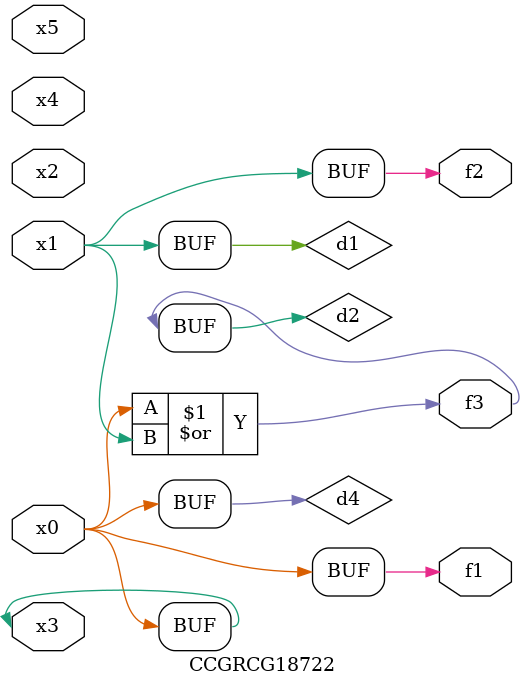
<source format=v>
module CCGRCG18722(
	input x0, x1, x2, x3, x4, x5,
	output f1, f2, f3
);

	wire d1, d2, d3, d4;

	and (d1, x1);
	or (d2, x0, x1);
	nand (d3, x0, x5);
	buf (d4, x0, x3);
	assign f1 = d4;
	assign f2 = d1;
	assign f3 = d2;
endmodule

</source>
